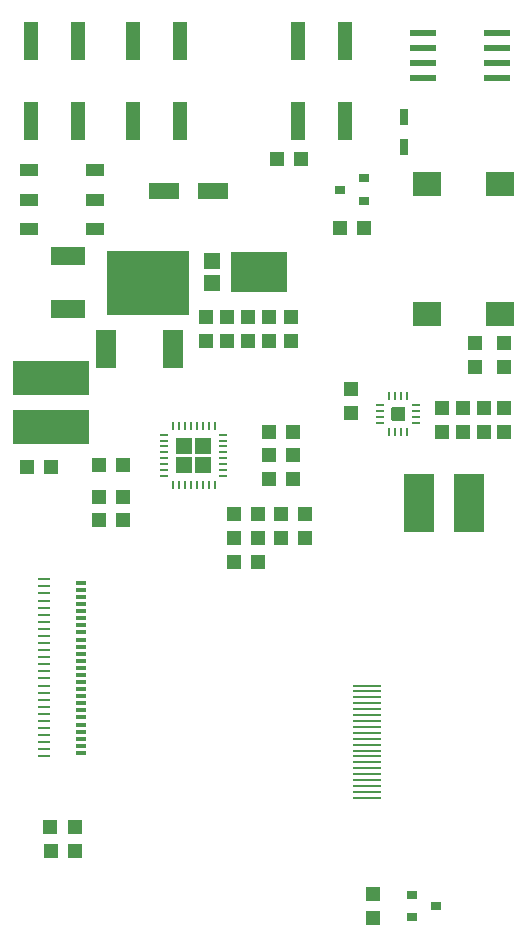
<source format=gbr>
G04 EAGLE Gerber RS-274X export*
G75*
%MOMM*%
%FSLAX34Y34*%
%LPD*%
%INSolderpaste Top*%
%IPPOS*%
%AMOC8*
5,1,8,0,0,1.08239X$1,22.5*%
G01*
%ADD10R,2.400000X0.250000*%
%ADD11R,1.100000X0.260000*%
%ADD12R,0.950000X0.300000*%
%ADD13R,1.200000X1.200000*%
%ADD14R,1.200000X1.300000*%
%ADD15R,2.400000X2.000000*%
%ADD16R,2.200000X0.500000*%
%ADD17R,1.200000X3.200000*%
%ADD18R,0.889000X0.787400*%
%ADD19R,1.500000X1.000000*%
%ADD20R,1.375000X1.375000*%
%ADD21R,0.250000X0.800000*%
%ADD22R,0.800000X0.250000*%
%ADD23R,1.300000X1.200000*%
%ADD24R,1.800000X3.200000*%
%ADD25R,6.500000X3.000000*%
%ADD26R,1.400000X1.390000*%
%ADD27R,4.860000X3.360000*%
%ADD28R,7.000000X5.451600*%
%ADD29R,2.997200X1.600200*%
%ADD30R,0.280000X0.800000*%
%ADD31R,0.800000X0.280000*%
%ADD32R,2.540000X5.000000*%
%ADD33R,0.800000X1.350000*%
%ADD34R,2.600000X1.400000*%

G36*
X349145Y449297D02*
X349145Y449297D01*
X349211Y449299D01*
X349254Y449317D01*
X349301Y449325D01*
X349358Y449359D01*
X349418Y449384D01*
X349453Y449415D01*
X349494Y449440D01*
X349536Y449491D01*
X349584Y449535D01*
X349606Y449577D01*
X349635Y449614D01*
X349656Y449676D01*
X349687Y449735D01*
X349695Y449789D01*
X349707Y449826D01*
X349706Y449866D01*
X349714Y449920D01*
X349714Y460080D01*
X349703Y460145D01*
X349701Y460211D01*
X349683Y460254D01*
X349675Y460301D01*
X349641Y460358D01*
X349616Y460418D01*
X349585Y460453D01*
X349560Y460494D01*
X349509Y460536D01*
X349465Y460584D01*
X349423Y460606D01*
X349386Y460635D01*
X349324Y460656D01*
X349265Y460687D01*
X349211Y460695D01*
X349174Y460707D01*
X349134Y460706D01*
X349080Y460714D01*
X338920Y460714D01*
X338855Y460703D01*
X338789Y460701D01*
X338746Y460683D01*
X338699Y460675D01*
X338642Y460641D01*
X338582Y460616D01*
X338547Y460585D01*
X338506Y460560D01*
X338465Y460509D01*
X338416Y460465D01*
X338394Y460423D01*
X338365Y460386D01*
X338344Y460324D01*
X338313Y460265D01*
X338305Y460211D01*
X338293Y460174D01*
X338293Y460163D01*
X338293Y460162D01*
X338294Y460132D01*
X338286Y460080D01*
X338286Y449920D01*
X338297Y449855D01*
X338299Y449789D01*
X338317Y449746D01*
X338325Y449699D01*
X338359Y449642D01*
X338384Y449582D01*
X338415Y449547D01*
X338440Y449506D01*
X338491Y449465D01*
X338535Y449416D01*
X338577Y449394D01*
X338614Y449365D01*
X338676Y449344D01*
X338735Y449313D01*
X338789Y449305D01*
X338826Y449293D01*
X338866Y449294D01*
X338920Y449286D01*
X349080Y449286D01*
X349145Y449297D01*
G37*
D10*
X317200Y225000D03*
X317200Y220000D03*
X317200Y215000D03*
X317200Y210000D03*
X317200Y205000D03*
X317200Y200000D03*
X317200Y195000D03*
X317200Y190000D03*
X317200Y185000D03*
X317200Y180000D03*
X317200Y175000D03*
X317200Y170000D03*
X317200Y165000D03*
X317200Y160000D03*
X317200Y155000D03*
X317200Y150000D03*
X317200Y145000D03*
X317200Y140000D03*
X317200Y135000D03*
X317200Y130000D03*
D11*
X43750Y315000D03*
X43750Y309000D03*
X43750Y303000D03*
X43750Y297000D03*
X43750Y291000D03*
X43750Y285000D03*
X43750Y279000D03*
X43750Y273000D03*
X43750Y267000D03*
X43750Y261000D03*
X43750Y255000D03*
X43750Y249000D03*
X43750Y243000D03*
X43750Y237000D03*
X43750Y231000D03*
X43750Y225000D03*
X43750Y219000D03*
X43750Y213000D03*
X43750Y207000D03*
X43750Y201000D03*
X43750Y195000D03*
X43750Y189000D03*
X43750Y183000D03*
X43750Y177000D03*
X43750Y171000D03*
X43750Y165000D03*
D12*
X75500Y312000D03*
X75500Y306000D03*
X75500Y300000D03*
X75500Y294000D03*
X75500Y288000D03*
X75500Y282000D03*
X75500Y276000D03*
X75500Y270000D03*
X75500Y264000D03*
X75500Y258000D03*
X75500Y252000D03*
X75500Y246000D03*
X75500Y240000D03*
X75500Y234000D03*
X75500Y228000D03*
X75500Y222000D03*
X75500Y216000D03*
X75500Y210000D03*
X75500Y204000D03*
X75500Y198000D03*
X75500Y192000D03*
X75500Y186000D03*
X75500Y180000D03*
X75500Y174000D03*
X75500Y168000D03*
D13*
X70500Y105000D03*
X49500Y105000D03*
D14*
X70160Y85000D03*
X49840Y85000D03*
D15*
X430000Y540000D03*
X368000Y540000D03*
X368000Y650000D03*
X430000Y650000D03*
D16*
X364700Y777230D03*
X364700Y764630D03*
X364700Y751930D03*
X364700Y739230D03*
X427780Y739130D03*
X427780Y751830D03*
X427780Y764530D03*
X427780Y777230D03*
D17*
X119700Y702600D03*
X119700Y770600D03*
X159700Y770600D03*
X159700Y702600D03*
X73340Y770600D03*
X73340Y702600D03*
X33340Y702600D03*
X33340Y770600D03*
D18*
X315160Y635094D03*
X315160Y654398D03*
X294840Y644746D03*
D14*
X294840Y612500D03*
X315160Y612500D03*
D19*
X87340Y661420D03*
X87340Y636420D03*
X87340Y611420D03*
X31340Y611420D03*
X31340Y636420D03*
X31340Y661420D03*
D20*
X179125Y428125D03*
X179125Y411875D03*
X162875Y428125D03*
X162875Y411875D03*
D21*
X188500Y445000D03*
X183500Y445000D03*
X178500Y445000D03*
X173500Y445000D03*
X168500Y445000D03*
X163500Y445000D03*
X158500Y445000D03*
X153500Y445000D03*
D22*
X146000Y437500D03*
X146000Y432500D03*
X146000Y427500D03*
X146000Y422500D03*
X146000Y417500D03*
X146000Y412500D03*
X146000Y407500D03*
X146000Y402500D03*
D21*
X153500Y395000D03*
X158500Y395000D03*
X163500Y395000D03*
X168500Y395000D03*
X173500Y395000D03*
X178500Y395000D03*
X183500Y395000D03*
X188500Y395000D03*
D22*
X196000Y402500D03*
X196000Y407500D03*
X196000Y412500D03*
X196000Y417500D03*
X196000Y422500D03*
X196000Y427500D03*
X196000Y432500D03*
X196000Y437500D03*
D14*
X111160Y385000D03*
X90840Y385000D03*
X90840Y365000D03*
X111160Y365000D03*
D23*
X245000Y370160D03*
X245000Y349840D03*
X235000Y420160D03*
X235000Y399840D03*
X265000Y370160D03*
X265000Y349840D03*
X255000Y420160D03*
X255000Y399840D03*
X205000Y349840D03*
X205000Y370160D03*
D14*
X255160Y440000D03*
X234840Y440000D03*
D23*
X225000Y349840D03*
X225000Y370160D03*
D14*
X225160Y330000D03*
X204840Y330000D03*
D24*
X153000Y510000D03*
X97000Y510000D03*
D25*
X50000Y444250D03*
X50000Y485750D03*
D26*
X186600Y584200D03*
X186600Y565800D03*
D27*
X226420Y575000D03*
D28*
X132528Y566000D03*
D29*
X64724Y543902D03*
X64724Y588606D03*
D23*
X181000Y537160D03*
X181000Y516840D03*
X199000Y537160D03*
X199000Y516840D03*
X217000Y537160D03*
X217000Y516840D03*
X235000Y537160D03*
X235000Y516840D03*
X253000Y537160D03*
X253000Y516840D03*
D14*
X50160Y410000D03*
X29840Y410000D03*
X111160Y412000D03*
X90840Y412000D03*
D30*
X336500Y440000D03*
X341500Y440000D03*
X346500Y440000D03*
X351500Y440000D03*
D31*
X359000Y447500D03*
X359000Y452500D03*
X359000Y457500D03*
X359000Y462500D03*
D30*
X351500Y470000D03*
X346500Y470000D03*
X341500Y470000D03*
X336500Y470000D03*
D31*
X329000Y462500D03*
X329000Y457500D03*
X329000Y452500D03*
X329000Y447500D03*
D23*
X409000Y515160D03*
X409000Y494840D03*
X434000Y515160D03*
X434000Y494840D03*
D32*
X362040Y380000D03*
X403960Y380000D03*
D23*
X304000Y476160D03*
X304000Y455840D03*
X416620Y439840D03*
X416620Y460160D03*
X434000Y439840D03*
X434000Y460160D03*
D17*
X259400Y702600D03*
X259400Y770600D03*
X299400Y770600D03*
X299400Y702600D03*
D33*
X349250Y706120D03*
X349250Y680720D03*
D14*
X261620Y670560D03*
X241300Y670560D03*
D23*
X381000Y439420D03*
X381000Y459740D03*
X398780Y439420D03*
X398780Y459740D03*
D34*
X145870Y643890D03*
X186870Y643890D03*
D18*
X355600Y48006D03*
X355600Y28702D03*
X375920Y38354D03*
D23*
X322580Y48260D03*
X322580Y27940D03*
M02*

</source>
